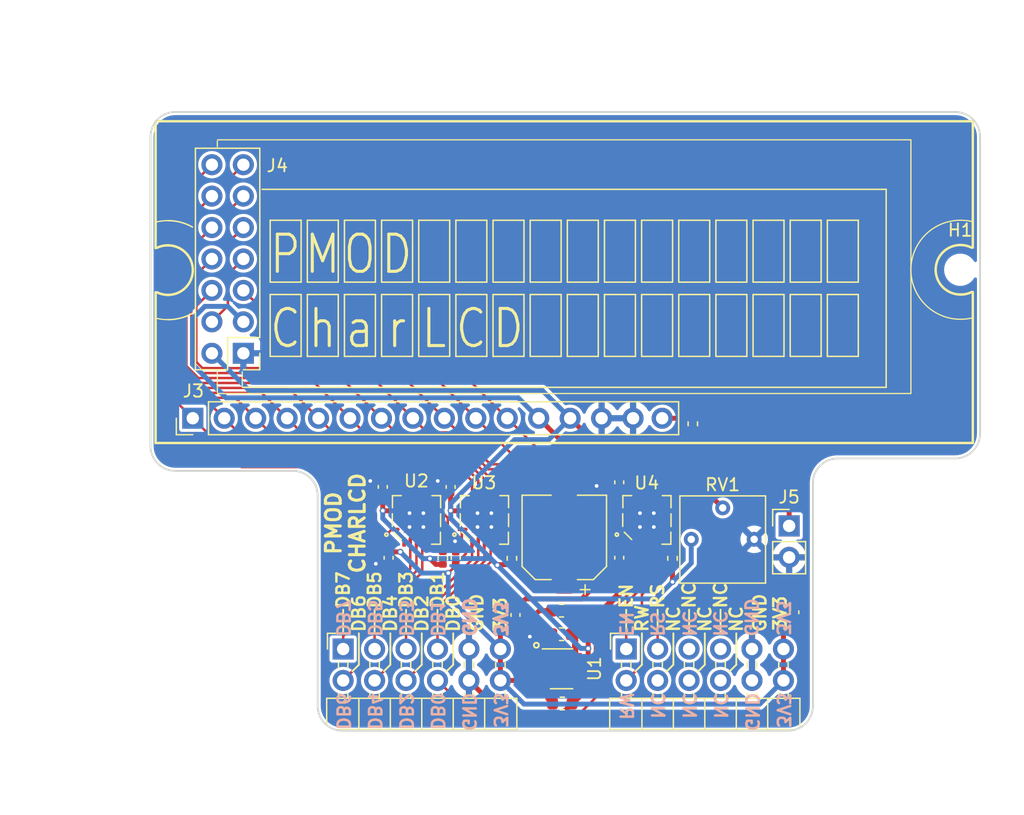
<source format=kicad_pcb>
(kicad_pcb (version 20221018) (generator pcbnew)
  (title_block (title "iCEBreaker PMOD - LED Panel HUB75E") (rev "V1.2c") (company "1BitSquared") (comment 1 "2018-2019 (C) 1BitSquared <info@1bitsquared.com>") (comment 2 "2018-2019 (C) Piotr Esden-Tempski <piotr@esden.net>") (comment 3 "License: CC-BY-SA 4.0"))
  (layers (0 "F.Cu" signal) (31 "B.Cu" signal) (34 "B.Paste" user) (35 "F.Paste" user) (36 "B.SilkS" user "B.Silkscreen") (37 "F.SilkS" user "F.Silkscreen") (38 "B.Mask" user) (39 "F.Mask" user) (44 "Edge.Cuts" user))
  (net 0 "")
  (net 1 "GND")
  (net 2 "+3V3")
  (net 3 "+5V")
  (net 4 "Net-(R3-Pad1)")
  (net 5 "/J1_4")
  (net 6 "/J1_10")
  (net 7 "/J1_3")
  (net 8 "/J1_9")
  (net 9 "/J1_2")
  (net 10 "/J1_8")
  (net 11 "/J1_1")
  (net 12 "/J1_7")
  (net 13 "/J2_4")
  (net 14 "/J2_10")
  (net 15 "/J2_3")
  (net 16 "/J2_9")
  (net 17 "/J2_2")
  (net 18 "/J2_8")
  (net 19 "/J2_1")
  (net 20 "/J2_7")
  (net 21 "/V0")
  (net 22 "/RS")
  (net 23 "/RW")
  (net 24 "/EN")
  (net 25 "/DB0")
  (net 26 "/DB1")
  (net 27 "/DB2")
  (net 28 "/DB3")
  (net 29 "/DB4")
  (net 30 "/DB5")
  (net 31 "/DB6")
  (net 32 "/DB7")
  (net 33 "/BL")
  (net 34 "Net-(L1-Pad2)")
  (net 35 "Net-(R2-Pad1)")
  (net 38 "Net-(R1-Pad1)")
  (footprint "FM4DD:PMODHeader_2x06_P2.54mm_Horizontal" (layer "F.Cu") (at 90.66 75.4 -90)
    (fp_text reference "J1")
    (fp_text value "PMOD")
  )
  (footprint "FM4DD:PMODHeader_2x06_P2.54mm_Horizontal" (layer "F.Cu") (at 113.52 75.4 -90)
    (fp_text reference "J2")
    (fp_text value "PMOD")
  )
  (footprint "Capacitor_SMD:C_0402_1005Metric" (layer "F.Cu") (at 114.4 72.43 -90)
    (fp_text reference "C2")
    (fp_text value "0.1uF")
  )
  (footprint "Capacitor_SMD:C_0402_1005Metric" (layer "F.Cu") (at 91.88 72.65 90)
    (fp_text reference "C1")
    (fp_text value "0.1uF")
  )
  (footprint "Resistor_SMD:R_0402_1005Metric" (layer "F.Cu") (at 104.56 68.07 -90)
    (fp_text reference "R3")
    (fp_text value "10K")
  )
  (footprint "FM4DD:CharLCD Header HUOB-XA-G-G" (layer "F.Cu") (at 62.815 58.75)
    (fp_text reference "J3")
    (fp_text value "CharLCD_Header")
  )
  (footprint "Resistor_SMD:R_0402_1005Metric" (layer "F.Cu") (at 106.2 57.2 -90)
    (fp_text reference "R4")
    (fp_text value "100")
  )
  (footprint "FM4DD:CharLCD_PinSocket_2x07" (layer "F.Cu") (at 69.9 51.5)
    (fp_text reference "J4")
    (fp_text value "CharLCD Header")
  )
  (footprint "FM4DD:S-PVQFN-N14-1EP_3.65x3.65_P0.5_EP2.05x2.05" (layer "F.Cu") (at 83.88 64.98)
    (fp_text reference "U2")
    (fp_text value "TXB0104")
  )
  (footprint "Capacitor_SMD:CP_Elec_6.3x5.4" (layer "F.Cu") (at 95.82 66.38 90)
    (fp_text reference "C5")
    (fp_text value "100uF")
  )
  (footprint "Resistor_SMD:R_0402_1005Metric" (layer "F.Cu") (at 86.01 68.05 -90)
    (fp_text reference "R1")
    (fp_text value "10K")
  )
  (footprint "Capacitor_SMD:C_0402_1005Metric" (layer "F.Cu") (at 87.05 68.04 90)
    (fp_text reference "C7")
    (fp_text value "0.1uF")
  )
  (footprint "FM4DD:S-PVQFN-N14-1EP_3.65x3.65_P0.5_EP2.05x2.05" (layer "F.Cu") (at 102.49 64.98)
    (fp_text reference "U4")
    (fp_text value "TXB0104")
  )
  (footprint "Capacitor_SMD:C_0402_1005Metric" (layer "F.Cu") (at 81.63 68.03 90)
    (fp_text reference "C6")
    (fp_text value "0.1uF")
  )
  (footprint "Capacitor_SMD:C_0603_1608Metric" (layer "F.Cu") (at 95.66 79.8)
    (fp_text reference "C3")
    (fp_text value "10uF")
  )
  (footprint "Capacitor_SMD:C_0603_1608Metric" (layer "F.Cu") (at 95.596 72.2992)
    (fp_text reference "C4")
    (fp_text value "10uF")
  )
  (footprint "FM4DD:Potentiometer_Bourns_3362P_Vertical" (layer "F.Cu") (at 108.615 66.235)
    (fp_text reference "RV1")
    (fp_text value "10K")
  )
  (footprint "FM4DD:S-PVQFN-N14-1EP_3.65x3.65_P0.5_EP2.05x2.05" (layer "F.Cu") (at 89.37 64.98)
    (fp_text reference "U3")
    (fp_text value "TXB0104")
  )
  (footprint "Capacitor_SMD:C_0402_1005Metric" (layer "F.Cu") (at 81.16 62.3 -90)
    (fp_text reference "C9")
    (fp_text value "0.1uF")
  )
  (footprint "Connector_PinHeader_2.54mm:PinHeader_1x02_P2.54mm_Vertical" (layer "F.Cu") (at 113.98 65.45)
    (fp_text reference "J5")
    (fp_text value "Backlight")
  )
  (footprint "Capacitor_SMD:C_0402_1005Metric" (layer "F.Cu") (at 86.64 62.3 -90)
    (fp_text reference "C10")
    (fp_text value "0.1uF")
  )
  (footprint "Resistor_SMD:R_0402_1005Metric" (layer "F.Cu") (at 91.59 68.07 -90)
    (fp_text reference "R2")
    (fp_text value "10K")
  )
  (footprint "Inductor_SMD:L_0603_1608Metric" (layer "F.Cu") (at 95.596 74.2042 180)
    (fp_text reference "L1")
    (fp_text value "4.7uH")
  )
  (footprint "Capacitor_SMD:C_0402_1005Metric" (layer "F.Cu") (at 100.26 68.02 -90)
    (fp_text reference "C8")
    (fp_text value "0.1uF")
  )
  (footprint "Capacitor_SMD:C_0402_1005Metric" (layer "F.Cu") (at 100.26 61.93 -90)
    (fp_text reference "C11")
    (fp_text value "0.1uF")
  )
  (footprint "MountingHole:MountingHole_2.1mm" (layer "F.Cu") (at 127.8 44.75)
    (fp_text reference "H1")
    (fp_text value "MountingHole")
  )
  (footprint "Package_TO_SOT_SMD:SOT-23-6" (layer "F.Cu") (at 95.596 76.9982)
    (fp_text reference "U1")
    (fp_text value "SGM6603-5.0")
  )
  (gr_line (start 109.71 76.67) (end 109.71 74.13) (stroke (width 0.15)) (layer "F.SilkS"))
  (gr_line (start 107.17 76.67) (end 107.17 74.13) (stroke (width 0.15)) (layer "F.SilkS"))
  (gr_line (start 100.82 73.97) (end 100.82 72.225) (stroke (width 0.15)) (layer "F.SilkS"))
  (gr_line (start 102.09 76.67) (end 102.09 74.13) (stroke (width 0.15)) (layer "F.SilkS"))
  (gr_line (start 105.9 74.13) (end 105.9 72.225) (stroke (width 0.15)) (layer "F.SilkS"))
  (gr_line (start 104.63 76.67) (end 104.63 74.13) (stroke (width 0.15)) (layer "F.SilkS"))
  (gr_line (start 109.18 77.2) (end 109.72 76.66) (stroke (width 0.15)) (layer "F.SilkS"))
  (gr_line (start 106.62 77.22) (end 107.17 76.67) (stroke (width 0.15)) (layer "F.SilkS"))
  (gr_line (start 104.09 77.21) (end 104.63 76.67) (stroke (width 0.15)) (layer "F.SilkS"))
  (gr_line (start 103.36 74.13) (end 103.36 72.225) (stroke (width 0.15)) (layer "F.SilkS"))
  (gr_line (start 108.44 74.13) (end 108.44 72.225) (stroke (width 0.15)) (layer "F.SilkS"))
  (gr_line (start 101.56 77.2) (end 102.09 76.67) (stroke (width 0.15)) (layer "F.SilkS"))
  (gr_line (start 78.71 77.19) (end 79.23 76.67) (stroke (width 0.15)) (layer "F.SilkS"))
  (gr_line (start 77.96 73.98) (end 77.96 72.225) (stroke (width 0.15)) (layer "F.SilkS"))
  (gr_line (start 83.04 74.13) (end 83.04 72.225) (stroke (width 0.15)) (layer "F.SilkS"))
  (gr_line (start 69.81 54.14) (end 69.81 52.99) (stroke (width 0.1)) (layer "F.SilkS"))
  (gr_line (start 86.32 77.2) (end 86.85 76.67) (stroke (width 0.15)) (layer "F.SilkS"))
  (gr_line (start 67.8 54.65) (end 67.8 52.95) (stroke (width 0.1)) (layer "F.SilkS"))
  (gr_circle (center 93.564 75.0932) (end 93.564 74.8932) (stroke (width 0.15)) (fill none) (layer "F.SilkS"))
  (gr_line (start 83.79 77.19) (end 84.31 76.67) (stroke (width 0.15)) (layer "F.SilkS"))
  (gr_line (start 81.77 76.67) (end 81.77 74.13) (stroke (width 0.15)) (layer "F.SilkS"))
  (gr_line (start 67.8 34.35) (end 67.8 34.8) (stroke (width 0.1)) (layer "F.SilkS"))
  (gr_line (start 86.85 76.67) (end 86.85 74.13) (stroke (width 0.15)) (layer "F.SilkS"))
  (gr_line (start 80.5 74.13) (end 80.5 72.225) (stroke (width 0.15)) (layer "F.SilkS"))
  (gr_line (start 84.31 76.67) (end 84.31 74.13) (stroke (width 0.15)) (layer "F.SilkS"))
  (gr_line (start 81.26 77.19) (end 81.77 76.67) (stroke (width 0.15)) (layer "F.SilkS"))
  (gr_line (start 79.23 76.67) (end 79.23 74.13) (stroke (width 0.15)) (layer "F.SilkS"))
  (gr_line (start 85.58 74.13) (end 85.58 72.225) (stroke (width 0.15)) (layer "F.SilkS"))
  (gr_arc (start 77.9 82) (mid 76.485229 81.414771) (end 75.9 80) (stroke (width 0.15)) (layer "Edge.Cuts"))
  (gr_line (start 75.9 80) (end 75.9 63) (stroke (width 0.15)) (layer "Edge.Cuts"))
  (gr_line (start 129.4 34) (end 129.4 58) (stroke (width 0.15)) (layer "Edge.Cuts"))
  (gr_line (start 64.4 32) (end 127.4 32) (stroke (width 0.15)) (layer "Edge.Cuts"))
  (gr_arc (start 62.4 34) (mid 62.985786 32.585786) (end 64.4 32) (stroke (width 0.15)) (layer "Edge.Cuts"))
  (gr_arc (start 64.4 61) (mid 62.985786 60.414214) (end 62.4 59) (stroke (width 0.15)) (layer "Edge.Cuts"))
  (gr_line (start 95.9 82) (end 77.9 82) (stroke (width 0.15)) (layer "Edge.Cuts"))
  (gr_arc (start 73.9 61) (mid 75.314214 61.585786) (end 75.9 63) (stroke (width 0.15)) (layer "Edge.Cuts"))
  (gr_line (start 64.4 61) (end 73.9 61) (stroke (width 0.15)) (layer "Edge.Cuts"))
  (gr_arc (start 115.9 62) (mid 116.485786 60.585786) (end 117.9 60) (stroke (width 0.15)) (layer "Edge.Cuts"))
  (gr_line (start 113.9 82) (end 95.9 82) (stroke (width 0.15)) (layer "Edge.Cuts"))
  (gr_arc (start 127.4 32) (mid 128.814214 32.585786) (end 129.4 34) (stroke (width 0.15)) (layer "Edge.Cuts"))
  (gr_line (start 62.4 34) (end 62.4 59) (stroke (width 0.15)) (layer "Edge.Cuts"))
  (gr_line (start 115.9 62) (end 115.9 80) (stroke (width 0.15)) (layer "Edge.Cuts"))
  (gr_line (start 127.4 60) (end 117.9 60) (stroke (width 0.15)) (layer "Edge.Cuts"))
  (gr_arc (start 129.4 58) (mid 128.808426 59.408426) (end 127.4 60) (stroke (width 0.15)) (layer "Edge.Cuts"))
  (gr_arc (start 115.9 80) (mid 115.314214 81.414214) (end 113.9 82) (stroke (width 0.15)) (layer "Edge.Cuts"))
  (gr_text "DB7" (at 77.94 74.511 270) (layer "B.SilkS") (effects (font (size 1 1) (thickness 0.2)) (justify left mirror)))
  (gr_text "DB6" (at 77.96 78.829 270) (layer "B.SilkS") (effects (font (size 1 1) (thickness 0.2)) (justify right mirror)))
  (gr_text "DB5" (at 80.5 74.511 270) (layer "B.SilkS") (effects (font (size 1 1) (thickness 0.2)) (justify left mirror)))
  (gr_text "DB4" (at 80.5 78.829 270) (layer "B.SilkS") (effects (font (size 1 1) (thickness 0.2)) (justify right mirror)))
  (gr_text "DB3" (at 83.04 74.511 270) (layer "B.SilkS") (effects (font (size 1 1) (thickness 0.2)) (justify left mirror)))
  (gr_text "DB2" (at 83.04 78.829 270) (layer "B.SilkS") (effects (font (size 1 1) (thickness 0.2)) (justify right mirror)))
  (gr_text "DB1" (at 85.58 74.511 270) (layer "B.SilkS") (effects (font (size 1 1) (thickness 0.2)) (justify left mirror)))
  (gr_text "GND" (at 88.12 74.511 270) (layer "B.SilkS") (effects (font (size 1 1) (thickness 0.25)) (justify left mirror)))
  (gr_text "3V3" (at 90.66 78.829 270) (layer "B.SilkS") (effects (font (size 1 1) (thickness 0.2)) (justify right mirror)))
  (gr_text "DB0" (at 85.58 78.829 270) (layer "B.SilkS") (effects (font (size 1 1) (thickness 0.2)) (justify right mirror)))
  (gr_text "EN" (at 100.8 74.5 270) (layer "B.SilkS") (effects (font (size 1 1) (thickness 0.2)) (justify left mirror)))
  (gr_text "RW" (at 100.82 78.829 270) (layer "B.SilkS") (effects (font (size 1 1) (thickness 0.2)) (justify right mirror)))
  (gr_text "GND" (at 88.12 78.829 270) (layer "B.SilkS") (effects (font (size 1 1) (thickness 0.2)) (justify right mirror)))
  (gr_text "3V3" (at 90.66 74.511 270) (layer "B.SilkS") (effects (font (size 1 1) (thickness 0.25)) (justify left mirror)))
  (gr_text "RS" (at 103.3 74.5 270) (layer "B.SilkS") (effects (font (size 1 1) (thickness 0.2)) (justify left mirror)))
  (gr_text "NC" (at 103.36 78.829 270) (layer "B.SilkS") (effects (font (size 1 1) (thickness 0.2)) (justify right mirror)))
  (gr_text "NC" (at 105.9 74.5 270) (layer "B.SilkS") (effects (font (size 1 1) (thickness 0.2)) (justify left mirror)))
  (gr_text "NC" (at 105.9 78.829 270) (layer "B.SilkS") (effects (font (size 1 1) (thickness 0.2)) (justify right mirror)))
  (gr_text "NC" (at 108.38 74.5 270) (layer "B.SilkS") (effects (font (size 1 1) (thickness 0.2)) (justify left mirror)))
  (gr_text "NC" (at 108.44 78.829 270) (layer "B.SilkS") (effects (font (size 1 1) (thickness 0.2)) (justify right mirror)))
  (gr_text "GND" (at 110.9 74.5 270) (layer "B.SilkS") (effects (font (size 1 1) (thickness 0.2)) (justify left mirror)))
  (gr_text "GND" (at 110.98 78.829 270) (layer "B.SilkS") (effects (font (size 1 1) (thickness 0.2)) (justify right mirror)))
  (gr_text "3V3" (at 113.5 74.4 270) (layer "B.SilkS") (effects (font (size 1 1) (thickness 0.2)) (justify left mirror)))
  (gr_text "3V3" (at 113.52 78.829 270) (layer "B.SilkS") (effects (font (size 1 1) (thickness 0.2)) (justify right mirror)))
  (gr_text "DB7" (at 77.96 72.225 90) (layer "F.SilkS") (effects (font (size 1 1) (thickness 0.2)) (justify left)))
  (gr_text "DB6" (at 79.23 74.13 90) (layer "F.SilkS") (effects (font (size 1 1) (thickness 0.2)) (justify left)))
  (gr_text "DB5" (at 80.5 72.225 90) (layer "F.SilkS") (effects (font (size 1 1) (thickness 0.2)) (justify left)))
  (gr_text "DB4" (at 81.77 74.13 90) (layer "F.SilkS") (effects (font (size 1 1) (thickness 0.2)) (justify left)))
  (gr_text "DB3" (at 83.04 72.225 90) (layer "F.SilkS") (effects (font (size 1 1) (thickness 0.2)) (justify left)))
  (gr_text "DB2" (at 84.31 74.13 90) (layer "F.SilkS") (effects (font (size 1 1) (thickness 0.2)) (justify left)))
  (gr_text "3V3" (at 90.66 74.13 90) (layer "F.SilkS") (effects (font (size 1 1) (thickness 0.2)) (justify left)))
  (gr_text "GND" (at 88.755 74.13 90) (layer "F.SilkS") (effects (font (size 1 1) (thickness 0.2)) (justify left)))
  (gr_text "DB1" (at 85.58 72.225 90) (layer "F.SilkS") (effects (font (size 1 1) (thickness 0.2)) (justify left)))
  (gr_text "DB0" (at 86.85 74.13 90) (layer "F.SilkS") (effects (font (size 1 1) (thickness 0.2)) (justify left)))
  (gr_text "NC" (at 104.63 74.13 90) (layer "F.SilkS") (effects (font (size 1 1) (thickness 0.2)) (justify left)))
  (gr_text "NC" (at 105.9 72.225 90) (layer "F.SilkS") (effects (font (size 1 1) (thickness 0.2)) (justify left)))
  (gr_text "NC" (at 108.44 72.225 90) (layer "F.SilkS") (effects (font (size 1 1) (thickness 0.2)) (justify left)))
  (gr_text "RW" (at 102.09 74.13 90) (layer "F.SilkS") (effects (font (size 1 1) (thickness 0.2)) (justify left)))
  (gr_text "EN" (at 100.82 72.225 90) (layer "F.SilkS") (effects (font (size 1 1) (thickness 0.2)) (justify left)))
  (gr_text "NC" (at 107.17 74.13 90) (layer "F.SilkS") (effects (font (size 1 1) (thickness 0.2)) (justify left)))
  (gr_text "3V3" (at 113.24 74.02 90) (layer "F.SilkS") (effects (font (size 1 1) (thickness 0.2)) (justify left)))
  (gr_text "NC" (at 109.71 74.13 90) (layer "F.SilkS") (effects (font (size 1 1) (thickness 0.2)) (justify left)))
  (gr_text "RS" (at 103.36 72.225 90) (layer "F.SilkS") (effects (font (size 1 1) (thickness 0.2)) (justify left)))
  (gr_text "GND" (at 111.615 74.13 90) (layer "F.SilkS") (effects (font (size 1 1) (thickness 0.2)) (justify left)))
  (gr_text "D" (at 91.3 49.5) (layer "F.SilkS") (effects (font (size 3 2.5) (thickness 0.25))))
  (gr_text "C" (at 88.3 49.5) (layer "F.SilkS") (effects (font (size 3 2.5) (thickness 0.25))))
  (gr_text "D" (at 82.3 43.5) (layer "F.SilkS") (effects (font (size 3 2.5) (thickness 0.25))))
  (gr_text "a" (at 79.3 49.5) (layer "F.SilkS") (effects (font (size 3 2.5) (thickness 0.25))))
  (gr_text "M" (at 76.3 43.5) (layer "F.SilkS") (effects (font (size 3 2.5) (thickness 0.25))))
  (gr_text "P" (at 73.3 43.5) (layer "F.SilkS") (effects (font (size 3 2.5) (thickness 0.25))))
  (gr_text "O" (at 79.3 43.5) (layer "F.SilkS") (effects (font (size 3 2.5) (thickness 0.25))))
  (gr_text "L" (at 85.3 49.5) (layer "F.SilkS") (effects (font (size 3 2.5) (thickness 0.25))))
  (gr_text "C" (at 73.3 49.5) (layer "F.SilkS") (effects (font (size 3 2.5) (thickness 0.25))))
  (gr_text "h" (at 76.3 49.5) (layer "F.SilkS") (effects (font (size 3 2.5) (thickness 0.25))))
  (gr_text "r" (at 82.3 49.5) (layer "F.SilkS") (effects (font (size 3 2.5) (thickness 0.25))))
  (gr_text "PMOD\nCHARLCD" (at 78.15 65.23 90) (layer "F.SilkS") (effects (font (size 1.2 1.2) (thickness 0.25))))
  (segment (start 93.791 76.9982) (end 94.496 76.9982) (width 0.4) (layer "F.Cu") (net 1))
  (segment (start 104.315 65.73) (end 103.24 65.73) (width 0.4) (layer "F.Cu") (net 1))
  (segment (start 98.43 62.22) (end 97.07 63.58) (width 0.4) (layer "F.Cu") (net 1))
  (segment (start 112.84 71.95) (end 110.98 73.81) (width 0.4) (layer "F.Cu") (net 1))
  (segment (start 93.04 73.06) (end 93.04 76.2472) (width 0.4) (layer "F.Cu") (net 1))
  (segment (start 93.04 73.13) (end 91.88 73.13) (width 0.4) (layer "F.Cu") (net 1))
  (segment (start 110.98 73.81) (end 110.98 75.4) (width 0.4) (layer "F.Cu") (net 1))
  (segment (start 90.86 80.68) (end 95.5675 80.68) (width 0.4) (layer "F.Cu") (net 1))
  (segment (start 84.63 65.73) (end 84.405 65.505) (width 0.4) (layer "F.Cu") (net 1))
  (segment (start 98.45 72.726496) (end 100.26 70.916496) (width 0.5) (layer "F.Cu") (net 1))
  (segment (start 98.45 77.7975) (end 98.45 72.726496) (width 0.5) (layer "F.Cu") (net 1))
  (segment (start 90.12 65.73) (end 89.945 65.555) (width 0.4) (layer "F.Cu") (net 1))
  (segment (start 93.04 76.2472) (end 93.791 76.9982) (width 0.4) (layer "F.Cu") (net 1))
  (segment (start 110.98 77.94) (end 110.98 75.4) (width 0.4) (layer "F.Cu") (net 1))
  (segment (start 84.405 65.505) (end 83.88 64.98) (width 0.4) (layer "F.Cu") (net 1))
  (segment (start 96.4475 79.8) (end 98.45 77.7975) (width 0.5) (layer "F.Cu") (net 1))
  (segment (start 88.12 77.94) (end 90.86 80.68) (width 0.4) (layer "F.Cu") (net 1))
  (segment (start 89.945 65.555) (end 89.37 64.98) (width 0.4) (layer "F.Cu") (net 1))
  (segment (start 81.16 61.82) (end 80.15 61.82) (width 0.4) (layer "F.Cu") (net 1))
  (segment (start 85.705 65.73) (end 84.63 65.73) (width 0.4) (layer "F.Cu") (net 1))
  (segment (start 88.12 77.94) (end 88.12 75.4) (width 0.4) (layer "F.Cu") (net 1))
  (segment (start 97.07 63.58) (end 95.82 63.58) (width 0.4) (layer "F.Cu") (net 1))
  (segment (start 86.9955 66.69) (end 86.9955 67.5055) (width 0.2) (layer "F.Cu") (net 1))
  (segment (start 114.4 71.95) (end 112.84 71.95) (width 0.4) (layer "F.Cu") (net 1))
  (segment (start 86.9955 67.5055) (end 87.05 67.56) (width 0.2) (layer "F.Cu") (net 1))
  (segment (start 98.43 62.22) (end 99.2 61.45) (width 0.4) (layer "F.Cu") (net 1))
  (segment (start 100.26 70.916496) (end 100.26 68.5) (width 0.5) (layer "F.Cu") (net 1))
  (segment (start 94.8085 72.2992) (end 93.8008 72.2992) (width 0.4) (layer "F.Cu") (net 1))
  (segment (start 85.6 61.82) (end 86.64 61.82) (width 0.4) (layer "F.Cu") (net 1))
  (segment (start 91.195 65.73) (end 90.12 65.73) (width 0.4) (layer "F.Cu") (net 1))
  (segment (start 80.6 68.51) (end 81.63 68.51) (width 0.4) (layer "F.Cu") (net 1))
  (segment (start 99.2 61.45) (end 100.26 61.45) (width 0.4) (layer "F.Cu") (net 1))
  (segment (start 93.8008 72.2992) (end 93.04 73.06) (width 0.4) (layer "F.Cu") (net 1))
  (segment (start 95.5675 80.68) (end 96.4475 79.8) (width 0.4) (layer "F.Cu") (net 1))
  (segment (start 94.8085 72.2992) (end 93.8108 72.2992) (width 0.4) (layer "F.Cu") (net 1))
  (via (at 103.05 64.42) (size 0.5) (drill 0.3) (layers "F.Cu" "B.Cu") (net 1))
  (via (at 93.04 74.4) (size 0.5) (drill 0.3) (layers "F.Cu" "B.Cu") (net 1))
  (via (at 89.93 65.54) (size 0.5) (drill 0.3) (layers "F.Cu" "B.Cu") (net 1))
  (via (at 83.32 64.42) (size 0.5) (drill 0.3) (layers "F.Cu" "B.Cu") (net 1))
  (via (at 84.44 65.54) (size 0.5) (drill 0.3) (layers "F.Cu" "B.Cu") (net 1))
  (via (at 101.93 64.42) (size 0.5) (drill 0.3) (layers "F.Cu" "B.Cu") (net 1))
  (via (at 80.15 61.82) (size 0.5) (drill 0.3) (layers "F.Cu" "B.Cu") (net 1))
  (via (at 83.32 65.54) (size 0.5) (drill 0.3) (layers "F.Cu" "B.Cu") (net 1))
  (via (at 89.93 64.42) (size 0.5) (drill 0.3) (layers "F.Cu" "B.Cu") (net 1))
  (via (at 85.6 61.82) (size 0.5) (drill 0.3) (layers "F.Cu" "B.Cu") (net 1))
  (via (at 86.9955 66.69) (size 0.5) (drill 0.3) (layers "F.Cu" "B.Cu") (net 1))
  (via (at 103.05 65.54) (size 0.5) (drill 0.3) (layers "F.Cu" "B.Cu") (net 1))
  (via (at 88.81 64.42) (size 0.5) (drill 0.3) (layers "F.Cu" "B.Cu") (net 1))
  (via (at 98.43 62.22) (size 0.5) (drill 0.3) (layers "F.Cu" "B.Cu") (net 1))
  (via (at 101.93 65.54) (size 0.5) (drill 0.3) (layers "F.Cu" "B.Cu") (net 1))
  (via (at 84.44 64.42) (size 0.5) (drill 0.3) (layers "F.Cu" "B.Cu") (net 1))
  (via (at 80.6 68.51) (size 0.5) (drill 0.3) (layers "F.Cu" "B.Cu") (net 1))
  (via (at 88.81 65.54) (size 0.5) (drill 0.3) (layers "F.Cu" "B.Cu") (net 1))
  (segment (start 96.696 76.0482) (end 95.916 76.0482) (width 0.25) (layer "F.Cu") (net 2))
  (segment (start 90.66 77.94) (end 94.4878 77.94) (width 0.4) (layer "F.Cu") (net 2))
  (segment (start 95.916 76.0482) (end 95.596 76.3682) (width 0.25) (layer "F.Cu") (net 2))
  (segment (start 95.596 76.3682) (end 95.596 77.6282) (width 0.25) (layer "F.Cu") (net 2))
  (segment (start 94.8725 79.8) (end 94.496 79.4235) (width 0.4) (layer "F.Cu") (net 2))
  (segment (start 98.54 68.5) (end 98.54 70.04) (width 0.4) (layer "F.Cu") (net 2))
  (segment (start 87.05 68.66) (end 87.05 68.521274) (width 0.2) (layer "F.Cu") (net 2))
  (segment (start 87.87 67.7) (end 87.05 68.52) (width 0.2) (layer "F.Cu") (net 2))
  (segment (start 81.630053 67.550053) (end 81.63 67.55) (width 0.4) (layer "F.Cu") (net 2))
  (segment (start 97.23 71.35) (end 92.7 71.35) (width 0.4) (layer "F.Cu") (net 2))
  (segment (start 113.52 75.4) (end 113.52 73.79) (width 0.4) (layer "F.Cu") (net 2))
  (segment (start 98.54 70.04) (end 97.23 71.35) (width 0.4) (layer "F.Cu") (net 2))
  (segment (start 82.57998 67.550053) (end 81.630053 67.550053) (width 0.4) (layer "F.Cu") (net 2))
  (segment (start 95.596 77.6282) (end 95.276 77.9482) (width 0.25) (layer "F.Cu") (net 2))
  (segment (start 87.545 66.875) (end 87.87 67.2) (width 0.2) (layer "F.Cu") (net 2))
  (segment (start 94.4878 77.94) (end 94.496 77.9482) (width 0.4) (layer "F.Cu") (net 2))
  (segment (start 100.26 67.54) (end 99.5 67.54) (width 0.4) (layer "F.Cu") (net 2))
  (segment (start 92.7 71.35) (end 91.88 72.17) (width 0.4) (layer "F.Cu") (net 2))
  (segment (start 100.26 66) (end 100.53 65.73) (width 0.4) (layer "F.Cu") (net 2))
  (segment (start 91.88 72.17) (end 91.766325 72.17) (width 0.4) (layer "F.Cu") (net 2))
  (segment (start 95.276 77.9482) (end 94.496 77.9482) (width 0.25) (layer "F.Cu") (net 2))
  (segment (start 91.766325 72.17) (end 90.66 73.276325) (width 0.4) (layer "F.Cu") (net 2))
  (segment (start 90.66 77.94) (end 90.66 75.4) (width 0.4) (layer "F.Cu") (net 2))
  (segment (start 94.496 79.4235) (end 94.496 77.9482) (width 0.4) (layer "F.Cu") (net 2))
  (segment (start 96.696 74.5167) (end 96.3835 74.2042) (width 0.5) (layer "F.Cu") (net 2))
  (segment (start 113.52 77.94) (end 113.52 75.4) (width 0.4) (layer "F.Cu") (net 2))
  (segment (start 87.545 65.73) (end 87.545 66.875) (width 0.2) (layer "F.Cu") (net 2))
  (segment (start 81.89 65.73) (end 82.055 65.73) (width 0.2) (layer "F.Cu") (net 2))
  (segment (start 113.52 73.79) (end 114.4 72.91) (width 0.4) (layer "F.Cu") (net 2))
  (segment (start 86.45 69.26) (end 87.05 68.66) (width 0.2) (layer "F.Cu") (net 2))
  (segment (start 100.53 65.73) (end 100.665 65.73) (width 0.2) (layer "F.Cu") (net 2))
  (segment (start 81.63 65.99) (end 81.89 65.73) (width 0.2) (layer "F.Cu") (net 2))
  (segment (start 96.696 76.0482) (end 96.696 74.5167) (width 0.5) (layer "F.Cu") (net 2))
  (segment (start 81.63 67.55) (end 81.63 65.99) (width 0.2) (layer "F.Cu") (net 2))
  (segment (start 99.5 67.54) (end 98.54 68.5) (width 0.4) (layer "F.Cu") (net 2))
  (segment (start 87.87 67.2) (end 87.87 67.7) (width 0.2) (layer "F.Cu") (net 2))
  (segment (start 100.26 67.54) (end 100.26 66) (width 0.4) (layer "F.Cu") (net 2))
  (segment (start 90.66 73.276325) (end 90.66 75.4) (width 0.4) (layer "F.Cu") (net 2))
  (via (at 82.57998 67.550053) (size 0.5) (drill 0.3) (layers "F.Cu" "B.Cu") (net 2))
  (via (at 86.45 69.26) (size 0.5) (drill 0.3) (layers "F.Cu" "B.Cu") (net 2))
  (segment (start 86.45 71.18) (end 90.66 75.39) (width 0.4) (layer "B.Cu") (net 2))
  (segment (start 90.66 77.94) (end 92.57 79.85) (width 0.4) (layer "B.Cu") (net 2))
  (segment (start 111.61 79.85) (end 113.52 77.94) (width 0.4) (layer "B.Cu") (net 2))
  (segment (start 84.289927 69.26) (end 82.58 67.550073) (width 0.4) (layer "B.Cu") (net 2))
  (segment (start 90.66 75.39) (end 90.66 75.4) (width 0.4) (layer "B.Cu") (net 2))
  (segment (start 86.45 69.26) (end 86.45 71.18) (width 0.4) (layer "B.Cu") (net 2))
  (segment (start 92.57 79.85) (end 111.61 79.85) (width 0.4) (layer "B.Cu") (net 2))
  (segment (start 86.45 69.26) (end 84.289927 69.26) (width 0.4) (layer "B.Cu") (net 2))
  (segment (start 96.295 56.75) (end 98.115 58.57) (width 0.4) (layer "F.Cu") (net 3))
  (segment (start 81.16 62.78) (end 81.16 64.22) (width 0.4) (layer "F.Cu") (net 3))
  (segment (start 105.34 58.57) (end 106.2 57.71) (width 0.4) (layer "F.Cu") (net 3))
  (segment (start 86.667112 64.23) (end 87.545 64.23) (width 0.4) (layer "F.Cu") (net 3))
  (segment (start 91.59 68.58) (end 92.19 69.18) (width 0.4) (layer "F.Cu") (net 3))
  (segment (start 85.44 68.56) (end 86.01 68.56) (width 0.4) (layer "F.Cu") (net 3))
  (segment (start 95.82 69.18) (end 100.665 64.335) (width 0.4) (layer "F.Cu") (net 3))
  (segment (start 100.665 62.815) (end 100.26 62.41) (width 0.2) (layer "F.Cu") (net 3))
  (segment (start 96.7078 77.01) (end 96.696 76.9982) (width 0.4) (layer "F.Cu") (net 3))
  (segment (start 104.56 69.97) (end 104.56 68.58) (width 0.4) (layer "F.Cu") (net 3))
  (segment (start 97.7505 73.6662) (end 97.7505 76.5195) (width 0.4) (layer "F.Cu") (net 3))
  (segment (start 82.055 64.23) (end 81.17 64.23) (width 0.4) (layer "F.Cu") (net 3))
  (segment (start 98.115 58.57) (end 105.34 58.57) (width 0.4) (layer "F.Cu") (net 3))
  (segment (start 84.97 68.09) (end 85.44 68.56) (width 0.4) (layer "F.Cu") (net 3))
  (segment (start 90.451356 68.58) (end 91.59 68.58) (width 0.4) (layer "F.Cu") (net 3))
  (segment (start 97.26 77.01) (end 96.7078 77.01) (width 0.4) (layer "F.Cu") (net 3))
  (segment (start 96.3835 72.2992) (end 97.7505 73.6662) (width 0.4) (layer "F.Cu") (net 3))
  (segment (start 92.19 69.18) (end 95.82 69.18) (width 0.4) (layer "F.Cu") (net 3))
  (segment (start 100.665 64.23) (end 100.665 62.815) (width 0.2) (layer "F.Cu") (net 3))
  (segment (start 86.64 62.78) (end 86.64 64.202888) (width 0.4) (layer "F.Cu") (net 3))
  (segment (start 81.17 64.23) (end 81.16 64.22) (width 0.4) (layer "F.Cu") (net 3))
  (segment (start 90.410089 68.621267) (end 90.451356 68.58) (width 0.4) (layer "F.Cu") (net 3))
  (segment (start 97.7505 76.5195) (end 97.26 77.01) (width 0.4) (layer "F.Cu") (net 3))
  (segment (start 86.64 64.202888) (end 86.648556 64.211444) (width 0.4) (layer "F.Cu") (net 3))
  (segment (start 86.648556 64.211444) (end 86.667112 64.23) (width 0.4) (layer "F.Cu") (net 3))
  (via (at 84.97 68.09) (size 0.5) (drill 0.3) (layers "F.Cu" "B.Cu") (net 3))
  (via (at 90.410089 68.621267) (size 0.5) (drill 0.3) (layers "F.Cu" "B.Cu") (net 3))
  (via (at 104.56 69.97) (size 0.5) (drill 0.3) (layers "F.Cu" "B.Cu") (net 3))
  (via (at 86.648556 64.211444) (size 0.5) (drill 0.3) (layers "F.Cu" "B.Cu") (net 3))
  (via (at 81.16 64.22) (size 0.5) (drill 0.3) (layers "F.Cu" "B.Cu") (net 3))
  (via (at 97.7505 75.3505) (size 0.5) (drill 0.3) (layers "F.Cu" "B.Cu") (net 3))
  (segment (start 81.16 64.22) (end 81.16 64.85) (width 0.4) (layer "B.Cu") (net 3))
  (segment (start 70.36 54.5) (end 94.045 54.5) (width 0.4) (layer "B.Cu") (net 3))
  (segment (start 103.18 71.35) (end 93.75 71.35) (width 0.4) (layer "B.Cu") (net 3))
  (segment (start 97.7505 75.3505) (end 97.1505 75.3505) (width 0.4) (layer "B.Cu") (net 3))
  (segment (start 94.045 54.5) (end 96.295 56.75) (width 0.4) (layer "B.Cu") (net 3))
  (segment (start 106.075 68.455) (end 104.56 69.97) (width 0.4) (layer "B.Cu") (net 3))
  (segment (start 81.16 64.85) (end 84.4 68.09) (width 0.4) (layer "B.Cu") (net 3))
  (segment (start 86.648556 64.859734) (end 86.648556 64.211444) (width 0.4) (layer "B.Cu") (net 3))
  (segment (start 90.410089 68.621267) (end 86.648556 64.859734) (width 0.4) (layer "B.Cu") (net 3))
  (segment (start 94.565 58.48) (end 96.295 56.75) (width 0.4) (layer "B.Cu") (net 3))
  (segment (start 93.138822 71.35) (end 93.75 71.35) (width 0.4) (layer "B.Cu") (net 3))
  (segment (start 97.1505 75.3505) (end 93.15 71.35) (width 0.4) (layer "B.Cu") (net 3))
  (segment (start 90.410089 68.621267) (end 89.878822 68.09) (width 0.4) (layer "B.Cu") (net 3))
  (segment (start 89.878822 68.09) (end 84.97 68.09) (width 0.4) (layer "B.Cu") (net 3))
  (segment (start 84.4 68.09) (end 84.97 68.09) (width 0.4) (layer "B.Cu") (net 3))
  (segment (start 93.15 71.35) (end 93.14 71.35) (width 0.4) (layer "B.Cu") (net 3))
  (segment (start 106.075 66.535) (end 106.075 68.455) (width 0.4) (layer "B.Cu") (net 3))
  (segment (start 91.81 58.48) (end 94.565 58.48) (width 0.4) (layer "B.Cu") (net 3))
  (segment (start 86.648556 63.641444) (end 91.81 58.48) (width 0.4) (layer "B.Cu") (net 3))
  (segment (start 104.56 69.97) (end 103.18 71.35) (width 0.4) (layer "B.Cu") (net 3))
  (segment (start 67.36 51.5) (end 70.36 54.5) (width 0.4) (layer "B.Cu") (net 3))
  (segment (start 90.410089 68.621267) (end 93.138822 71.35) (width 0.4) (layer "B.Cu") (net 3))
  (segment (start 86.648556 64.211444) (end 86.648556 63.641444) (width 0.4) (layer "B.Cu") (net 3))
  (segment (start 104.56 67.56) (end 105.06 67.06) (width 0.2) (layer "F.Cu") (net 4))
  (segment (start 105.06 67.06) (end 105.06 64.975) (width 0.2) (layer "F.Cu") (net 4))
  (segment (start 105.06 64.975) (end 104.315 64.23) (width 0.2) (layer "F.Cu") (net 4))
  (segment (start 85.58 75.4) (end 85.58 72.657058) (width 0.2) (layer "F.Cu") (net 5))
  (segment (start 85.58 72.657058) (end 89.87 68.367058) (width 0.2) (layer "F.Cu") (net 5))
  (segment (start 89.87 68.367058) (end 89.87 66.805) (width 0.2) (layer "F.Cu") (net 5))
  (segment (start 88.82 81.18) (end 96.5 81.18) (width 0.2) (layer "F.Cu") (net 6))
  (segment (start 96.5 81.18) (end 99.2 78.48) (width 0.2) (layer "F.Cu") (net 6))
  (segment (start 101.49 70.464314) (end 101.49 66.805) (width 0.2) (layer "F.Cu") (net 6))
  (segment (start 85.58 77.94) (end 88.82 81.18) (width 0.2) (layer "F.Cu") (net 6))
  (segment (start 99.2 72.754314) (end 101.49 70.464314) (width 0.2) (layer "F.Cu") (net 6))
  (segment (start 99.2 78.48) (end 99.2 72.754314) (width 0.2) (layer "F.Cu") (net 6))
  (segment (start 88.87 68.235686) (end 88.87 66.805) (width 0.2) (layer "F.Cu") (net 7))
  (segment (start 83.04 75.4) (end 83.04 74.065686) (width 0.2) (layer "F.Cu") (net 7))
  (segment (start 83.04 74.065686) (end 88.87 68.235686) (width 0.2) (layer "F.Cu") (net 7))
  (segment (start 89.37 68.301372) (end 89.37 66.805) (width 0.2) (layer "F.Cu") (net 8))
  (segment (start 84.27 73.401372) (end 89.37 68.301372) (width 0.2) (layer "F.Cu") (net 8))
  (segment (start 83.04 77.94) (end 84.27 76.71) (width 0.2) (layer "F.Cu") (net 8))
  (segment (start 84.27 76.71) (end 84.27 73.401372) (width 0.2) (layer "F.Cu") (net 8))
  (segment (start 80.5 75.4) (end 80.5 73.04) (width 0.2) (layer "F.Cu") (net 9))
  (segment (start 80.5 73.04) (end 84.35 69.19) (width 0.2) (layer "F.Cu") (net 9))
  (segment (start 84.35 69.19) (end 84.35 66.835) (width 0.2) (layer "F.Cu") (net 9))
  (segment (start 84.35 66.835) (end 84.38 66.805) (width 0.2) (layer "F.Cu") (net 9))
  (segment (start 81.73 76.71) (end 81.73 74.81) (width 0.2) (layer "F.Cu") (net 10))
  (segment (start 88.37 68.17) (end 88.37 66.805) (width 0.2) (layer "F.Cu") (net 10))
  (segment (start 81.73 74.81) (end 88.37 68.17) (width 0.2) (layer "F.Cu") (net 10))
  (segment (start 80.5 77.94) (end 81.73 76.71) (width 0.2) (layer "F.Cu") (net 10))
  (segment (start 77.96 75.4) (end 77.96 74.35) (width 0.2) (layer "F.Cu") (net 11))
  (segment (start 83.38 68.93) (end 83.38 66.805) (width 0.2) (layer "F.Cu") (net 11))
  (segment (start 77.96 74.35) (end 83.38 68.93) (width 0.2) (layer "F.Cu") (net 11))
  (segment (start 83.88 66.805) (end 83.88 69.094314) (width 0.2) (layer "F.Cu") (net 12))
  (segment (start 77.96 77.94) (end 79.15 76.75) (width 0.2) (layer "F.Cu") (net 12))
  (segment (start 79.25 73.724314) (end 79.25 76.65) (width 0.2) (layer "F.Cu") (net 12))
  (segment (start 83.88 69.094314) (end 79.25 73.724314) (width 0.2) (layer "F.Cu") (net 12))
  (segment (start 79.25 76.65) (end 77.96 77.94) (width 0.2) (layer "F.Cu") (net 12))
  (segment (start 103.36 71.02) (end 102.99 70.65) (width 0.2) (layer "F.Cu") (net 17))
  (segment (start 102.99 70.65) (end 102.99 66.805) (width 0.2) (layer "F.Cu") (net 17))
  (segment (start 103.36 75.4) (end 103.36 71.02) (width 0.2) (layer "F.Cu") (net 17))
  (segment (start 101.99 66.805) (end 101.99 70.53) (width 0.2) (layer "F.Cu") (net 19))
  (segment (start 101.99 70.53) (end 100.82 71.7) (width 0.2) (layer "F.Cu") (net 19))
  (segment (start 100.82 71.7) (end 100.82 75.4) (width 0.2) (layer "F.Cu") (net 19))
  (segment (start 100.82 77.94) (end 102.09 76.67) (width 0.2) (layer "F.Cu") (net 20))
  (segment (start 102.09 76.67) (end 102.09 70.995686) (width 0.2) (layer "F.Cu") (net 20))
  (segment (start 102.49 70.595686) (end 102.49 66.805) (width 0.2) (layer "F.Cu") (net 20))
  (segment (start 102.09 70.995686) (end 102.49 70.595686) (width 0.2) (layer "F.Cu") (net 20))
  (segment (start 96.175 59.17) (end 103.79 59.17) (width 0.4) (layer "F.Cu") (net 21))
  (segment (start 103.79 59.17) (end 108.615 63.995) (width 0.4) (layer "F.Cu") (net 21))
  (segment (start 93.755 56.75) (end 96.175 59.17) (width 0.4) (layer "F.Cu") (net 21))
  (segment (start 68.5 55.1) (end 65.8 52.4) (width 0.4) (layer "B.Cu") (net 21))
  (segment (start 66.79 47.71) (end 68.65 47.71) (width 0.4) (layer "B.Cu") (net 21))
  (segment (start 68.65 47.71) (end 69.9 48.96) (width 0.4) (layer "B.Cu") (net 21))
  (segment (start 65.8 52.4) (end 65.8 48.7) (width 0.4) (layer "B.Cu") (net 21))
  (segment (start 92.105 55.1) (end 68.5 55.1) (width 0.4) (layer "B.Cu") (net 21))
  (segment (start 93.755 56.75) (end 92.105 55.1) (width 0.4) (layer "B.Cu") (net 21))
  (segment (start 65.8 48.7) (end 66.79 47.71) (width 0.4) (layer "B.Cu") (net 21))
  (segment (start 77.2 51.8) (end 86.265 51.8) (width 0.2) (layer "F.Cu") (net 22))
  (segment (start 70.57 45.17) (end 77.2 51.8) (width 0.2) (layer "F.Cu") (net 22))
  (segment (start 68.65 47.67) (end 68.65 45.902233) (width 0.2) (layer "F.Cu") (net 22))
  (segment (start 69.382233 45.17) (end 70.57 45.17) (width 0.2) (layer "F.Cu") (net 22))
  (segment (start 67.36 48.96) (end 68.65 47.67) (width 0.2) (layer "F.Cu") (net 22))
  (segment (start 68.65 45.902233) (end 69.382233 45.17) (width 0.2) (layer "F.Cu") (net 22))
  (segment (start 102.99 61.550688) (end 102.99 63.155) (width 0.2) (layer "F.Cu") (net 22))
  (segment (start 101.109312 59.67) (end 102.99 61.550688) (width 0.2) (layer "F.Cu") (net 22))
  (segment (start 91.215 56.75) (end 94.135 59.67) (width 0.2) (layer "F.Cu") (net 22))
  (segment (start 94.135 59.67) (end 101.109312 59.67) (width 0.2) (layer "F.Cu") (net 22))
  (segment (start 86.265 51.8) (end 91.215 56.75) (width 0.2) (layer "F.Cu") (net 22))
  (segment (start 84.225 52.3) (end 75.78 52.3) (width 0.2) (layer "F.Cu") (net 23))
  (segment (start 88.675 56.75) (end 84.225 52.3) (width 0.2) (layer "F.Cu") (net 23))
  (segment (start 102.49 61.616374) (end 102.49 63.155) (width 0.2) (layer "F.Cu") (net 23))
  (segment (start 100.943626 60.07) (end 102.49 61.616374) (width 0.2) (layer "F.Cu") (net 23))
  (segment (start 91.995 60.07) (end 100.943626 60.07) (width 0.2) (layer "F.Cu") (net 23))
  (segment (start 75.78 52.3) (end 69.9 46.42) (width 0.2) (layer "F.Cu") (net 23))
  (segment (start 88.675 56.75) (end 91.995 60.07) (width 0.2) (layer "F.Cu") (net 23))
  (segment (start 86.135 56.75) (end 86.135 56.754316) (width 0.2) (layer "F.Cu") (net 24))
  (segment (start 86.135 56.754316) (end 89.850684 60.47) (width 0.2) (layer "F.Cu") (net 24))
  (segment (start 100.77794 60.47) (end 101.99 61.68206) (width 0.2) (layer "F.Cu") (net 24))
  (segment (start 66.6 52.7) (end 66.1 52.2) (width 0.2) (layer "F.Cu") (net 24))
  (segment (start 86.135 56.75) (end 82.085 52.7) (width 0.2) (layer "F.Cu") (net 24))
  (segment (start 101.99 61.68206) (end 101.99 63.155) (width 0.2) (layer "F.Cu") (net 24))
  (segment (start 66.1 52.2) (end 66.1 47.68) (width 0.2) (layer "F.Cu") (net 24))
  (segment (start 89.850684 60.47) (end 100.77794 60.47) (width 0.2) (layer "F.Cu") (net 24))
  (segment (start 66.1 47.68) (end 67.36 46.42) (width 0.2) (layer "F.Cu") (net 24))
  (segment (start 82.085 52.7) (end 66.6 52.7) (width 0.2) (layer "F.Cu") (net 24))
  (segment (start 101.49 61.747746) (end 101.49 63.155) (width 0.2) (layer "F.Cu") (net 25))
  (segment (start 83.595 56.75) (end 79.945 53.1) (width 0.2) (layer "F.Cu") (net 25))
  (segment (start 100.612254 60.87) (end 101.49 61.747746) (width 0.2) (layer "F.Cu") (net 25))
  (segment (start 66.434314 53.1) (end 65.7 52.365685) (width 0.2) (layer "F.Cu") (net 25))
  (segment (start 65.7 52.365685) (end 65.7 46.2) (width 0.2) (layer "F.Cu") (net 25))
  (segment (start 83.595 56.75) (end 84.745 57.9) (width 0.2) (layer "F.Cu") (net 25))
  (segment (start 84.745 57.9) (end 86.714998 57.9) (width 0.2) (layer "F.Cu") (net 25))
  (segment (start 79.945 53.1) (end 66.434314 53.1) (width 0.2) (layer "F.Cu") (net 25))
  (segment (start 65.7 46.2) (end 66.8 45.1) (width 0.2) (layer "F.Cu") (net 25))
  (segment (start 86.714998 57.9) (end 89.684998 60.87) (width 0.2) (layer "F.Cu") (net 25))
  (segment (start 89.684998 60.87) (end 100.612254 60.87) (width 0.2) (layer "F.Cu") (net 25))
  (segment (start 68.68 45.1) (end 69.9 43.88) (width 0.2) (layer "F.Cu") (net 25))
  (segment (start 66.8 45.1) (end 68.68 45.1) (width 0.2) (layer "F.Cu") (net 25))
  (segment (start 65.3 52.53137) (end 65.3 45.94) (width 0.2) (layer "F.Cu") (net 26))
  (segment (start 89.87 61.620688) (end 89.87 63.155) (width 0.2) (layer "F.Cu") (net 26))
  (segment (start 81.055 56.75) (end 77.805 53.5) (width 0.2) (layer "F.Cu") (net 26))
  (segment (start 86.549312 58.3) (end 89.87 61.620688) (width 0.2) (layer "F.Cu") (net 26))
  (segment (start 66.268628 53.5) (end 65.3 52.53137) (width 0.2) (layer "F.Cu") (net 26))
  (segment (start 81.055 56.75) (end 82.605 58.3) (width 0.2) (layer "F.Cu") (net 26))
  (segment (start 82.605 58.3) (end 86.549312 58.3) (width 0.2) (layer "F.Cu") (net 26))
  (segment (start 65.3 45.94) (end 67.36 43.88) (width 0.2) (layer "F.Cu") (net 26))
  (segment (start 77.805 53.5) (end 66.268628 53.5) (width 0.2) (layer "F.Cu") (net 26))
  (segment (start 68.64 42.6) (end 69.9 41.34) (width 0.2) (layer "F.Cu") (net 27))
  (segment (start 80.465 58.7) (end 86.383626 58.7) (width 0.2) (layer "F.Cu") (net 27))
  (segment (start 75.665 53.9) (end 66.102942 53.899999) (width 0.2) (layer "F.Cu") (net 27))
  (segment (start 78.515 56.75) (end 75.665 53.9) (width 0.2) (layer "F.Cu") (net 27))
  (segment (start 64.9 44.5) (end 66.8 42.6) (width 0.2) (layer "F.Cu") (net 27))
  (segment (start 64.9 52.697055) (end 64.9 44.5) (width 0.2) (layer "F.Cu") (net 27))
  (segment (start 78.515 56.75) (end 80.465 58.7) (width 0.2) (layer "F.Cu") (net 27))
  (segment (start 66.8 42.6) (end 68.64 42.6) (width 0.2) (layer "F.Cu") (net 27))
  (segment (start 89.37 61.686374) (end 89.37 63.155) (width 0.2) (layer "F.Cu") (net 27))
  (segment (start 86.383626 58.7) (end 89.37 61.686374) (width 0.2) (layer "F.Cu") (net 27))
  (segment (start 66.102942 53.899999) (end 64.9 52.697055) (width 0.2) (layer "F.Cu") (net 27))
  (segment (start 64.5 44.2) (end 67.36 41.34) (width 0.2) (layer "F.Cu") (net 28))
  (segment (start 86.21794 59.1) (end 88.87 61.75206) (width 0.2) (layer "F.Cu") (net 28))
  (segment (start 73.525 54.3) (end 65.937256 54.299998) (width 0.2) (layer "F.Cu") (net 28))
  (segment (start 75.975 56.75) (end 78.325 59.1) (width 0.2) (layer "F.Cu") (net 28))
  (segment (start 65.937256 54.299998) (end 64.5 52.86274) (width 0.2) (layer "F.Cu") (net 28))
  (segment (start 64.5 52.86274) (end 64.5 44.2) (width 0.2) (layer "F.Cu") (net 28))
  (segment (start 78.325 59.1) (end 86.21794 59.1) (width 0.2) (layer "F.Cu") (net 28))
  (segment (start 88.87 61.75206) (end 88.87 63.155) (width 0.2) (layer "F.Cu") (net 28))
  (segment (start 75.975 56.75) (end 73.525 54.3) (width 0.2) (layer "F.Cu") (net 28))
  (segment (start 88.37 61.817746) (end 86.052254 59.5) (width 0.2) (layer "F.Cu") (net 29))
  (segment (start 88.37 63.155) (end 88.37 61.817746) (width 0.2) (layer "F.Cu") (net 29))
  (segment (start 71.385 54.7) (end 65.771575 54.7) (width 0.2) (layer "F.Cu") (net 29))
  (segment (start 65.771575 54.7) (end 64.1 53.028425) (width 0.2) (layer "F.Cu") (net 29))
  (segment (start 73.435 56.75) (end 71.385 54.7) (width 0.2) (layer "F.Cu") (net 29))
  (segment (start 68.6 40.1) (end 69.9 38.8) (width 0.2) (layer "F.Cu") (net 29))
  (segment (start 76.185 59.5) (end 73.435 56.75) (width 0.2) (layer "F.Cu") (net 29))
  (segment (start 64.1 53.028425) (end 64.1 42.8) (width 0.2) (layer "F.Cu") (net 29))
  (segment (start 64.1 42.8) (end 66.8 40.1) (width 0.2) (layer "F.Cu") (net 29))
  (segment (start 86.052254 59.5) (end 76.185 59.5) (width 0.2) (layer "F.Cu") (net 29))
  (segment (start 66.8 40.1) (end 68.6 40.1) (width 0.2) (layer "F.Cu") (net 29))
  (segment (start 63.7 53.19411) (end 63.7 42.46) (width 0.2) (layer "F.Cu") (net 30))
  (segment (start 70.895 56.75) (end 69.245 55.1) (width 0.2) (layer "F.Cu") (net 30))
  (segment (start 82.799999 59.9) (end 74.045 59.9) (width 0.2) (layer "F.Cu") (net 30))
  (segment (start 84.38 63.155) (end 84.38 61.480001) (width 0.2) (layer "F.Cu") (net 30))
  (segment (start 69.245 55.1) (end 65.605889 55.1) (width 0.2) (layer "F.Cu") (net 30))
  (segment (start 65.605889 55.1) (end 63.7 53.19411) (width 0.2) (layer "F.Cu") (net 30))
  (segment (start 74.045 59.9) (end 70.895 56.75) (width 0.2) (layer "F.Cu") (net 30))
  (segment (start 84.38 61.480001) (end 82.799999 59.9) (width 0.2) (layer "F.Cu") (net 30))
  (segment (start 63.7 42.46) (end 67.36 38.8) (width 0.2) (layer "F.Cu") (net 30))
  (segment (start 67.105 55.5) (end 65.440203 55.5) (width 0.2) (layer "F.Cu") (net 31))
  (segment (start 68.66 37.5) (end 69.9 36.26) (width 0.2) (layer "F.Cu") (net 31))
  (segment (start 65.440203 55.5) (end 63.3 53.359795) (width 0.2) (layer "F.Cu") (net 31))
  (segment (start 68.355 56.75) (end 67.105 55.5) (width 0.2) (layer "F.Cu") (net 31))
  (segment (start 71.905 60.3) (end 68.355 56.75) (width 0.2) (layer "F.Cu") (net 31))
  (segment (start 66.8 37.5) (end 68.66 37.5) (width 0.2) (layer "F.Cu") (net 31))
  (segment (start 83.88 63.155) (end 83.88 61.545686) (width 0.2) (layer "F.Cu") (net 31))
  (segment (start 63.3 41) (end 66.8 37.5) (width 0.2) (layer "F.Cu") (net 31))
  (segment (start 82.634314 60.3) (end 71.905 60.3) (width 0.2) (layer "F.Cu") (net 31))
  (segment (start 63.3 53.359795) (end 63.3 41) (width 0.2) (layer "F.Cu") (net 31))
  (segment (start 83.88 61.545686) (end 82.634314 60.3) (width 0.2) (layer "F.Cu") (net 31))
  (segment (start 83.38 61.611372) (end 82.468628 60.7) (width 0.2) (layer "F.Cu") (net 32))
  (segment (start 69.765 60.7) (end 65.815 56.75) (width 0.2) (layer "F.Cu") (net 32))
  (segment (start 65.815 56.75) (end 62.9 53.835) (width 0.2) (layer "F.Cu") (net 32))
  (segment (start 82.468628 60.7) (end 69.765 60.7) (width 0.2) (layer "F.Cu") (net 32))
  (segment (start 62.9 40.72) (end 67.36 36.26) (width 0.2) (layer "F.Cu") (net 32))
  (segment (start 83.38 63.155) (end 83.38 61.611372) (width 0.2) (layer "F.Cu") (net 32))
  (segment (start 62.9 53.835) (end 62.9 40.72) (width 0.2) (layer "F.Cu") (net 32))
  (segment (start 103.725 56.75) (end 106.14 56.75) (width 0.4) (layer "F.Cu") (net 33))
  (segment (start 107.37 56.69) (end 113.98 63.3) (width 0.4) (layer "F.Cu") (net 33))
  (segment (start 106.2 56.69) (end 107.37 56.69) (width 0.4) (layer "F.Cu") (net 33))
  (segment (start 106.14 56.75) (end 106.2 56.69) (width 0.2) (layer "F.Cu") (net 33))
  (segment (start 113.98 63.3) (end 113.98 65.45) (width 0.4) (layer "F.Cu") (net 33))
  (segment (start 94.496 76.0482) (end 94.496 74.5167) (width 0.4) (layer "F.Cu") (net 34))
  (segment (start 94.496 74.5167) (end 94.8085 74.2042) (width 0.4) (layer "F.Cu") (net 34))
  (segment (start 91.92 64.955) (end 91.92 67.23) (width 0.2) (layer "F.Cu") (net 35))
  (segment (start 91.195 64.23) (end 91.92 64.955) (width 0.2) (layer "F.Cu") (net 35))
  (segment (start 91.92 67.23) (end 91.59 67.56) (width 0.2) (layer "F.Cu") (net 35))
  (segment (start 86.41 67.14) (end 86.41 64.8) (width 0.2) (layer "F.Cu") (net 38))
  (segment (start 86.01 67.54) (end 86.41 67.14) (width 0.2) (layer "F.Cu") (net 38))
  (segment (start 86.41 64.8) (end 85.84 64.23) (width 0.2) (layer "F.Cu") (net 38))
  (segment (start 85.84 64.23) (end 85.705 64.23) (width 0.2) (layer "F.Cu") (net 38))
  (zone (net 1) (net_name "GND") (layer "B.Cu") (connect_pads (clearance 0.25)) (min_thickness 0.254) (fill yes (thermal_gap 0.508) (thermal_bridge_width 0.508) (smoothing chamfer) (radius 2))
    (polygon (pts (xy 129.4 32) (xy 129.4 82) (xy 61.9 82) (xy 62.4 32)))
  )
)
</source>
